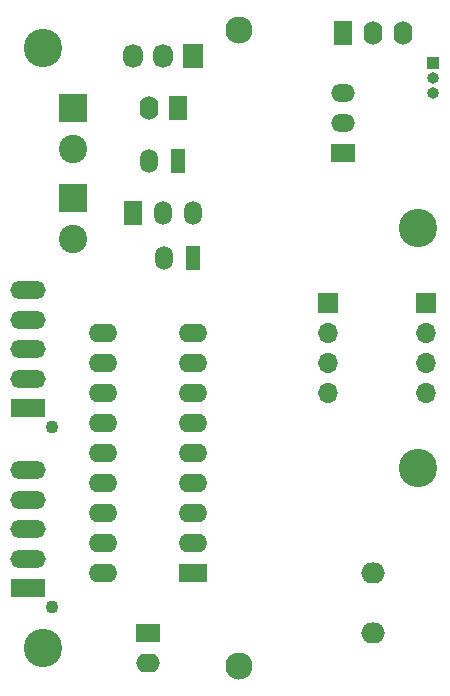
<source format=gbs>
G04 #@! TF.FileFunction,Soldermask,Bot*
%FSLAX46Y46*%
G04 Gerber Fmt 4.6, Leading zero omitted, Abs format (unit mm)*
G04 Created by KiCad (PCBNEW 4.0.7) date 09/15/19 19:40:42*
%MOMM*%
%LPD*%
G01*
G04 APERTURE LIST*
%ADD10C,0.100000*%
%ADD11R,1.700000X1.700000*%
%ADD12O,1.700000X1.700000*%
%ADD13O,2.000000X1.778000*%
%ADD14R,1.500000X2.000000*%
%ADD15O,1.600000X2.000000*%
%ADD16R,1.300000X2.000000*%
%ADD17O,1.500000X2.000000*%
%ADD18R,1.600000X2.000000*%
%ADD19O,2.000000X1.600000*%
%ADD20R,2.000000X1.600000*%
%ADD21O,1.520000X2.000000*%
%ADD22R,1.520000X2.000000*%
%ADD23O,2.000000X1.520000*%
%ADD24R,2.000000X1.520000*%
%ADD25R,1.000000X1.000000*%
%ADD26O,1.000000X1.000000*%
%ADD27R,3.000000X1.500000*%
%ADD28O,3.000000X1.500000*%
%ADD29C,1.100000*%
%ADD30C,3.250000*%
%ADD31R,1.727200X2.032000*%
%ADD32O,1.727200X2.032000*%
%ADD33C,2.400000*%
%ADD34R,2.400000X2.400000*%
%ADD35C,2.300000*%
%ADD36R,2.400000X1.600000*%
%ADD37O,2.400000X1.600000*%
G04 APERTURE END LIST*
D10*
D11*
X149860000Y-85090000D03*
D12*
X149860000Y-87630000D03*
X149860000Y-90170000D03*
X149860000Y-92710000D03*
D11*
X158115000Y-85090000D03*
D12*
X158115000Y-87630000D03*
X158115000Y-90170000D03*
X158115000Y-92710000D03*
D13*
X153670000Y-113030000D03*
X153670000Y-107950000D03*
D14*
X151130000Y-62230000D03*
D15*
X153670000Y-62230000D03*
X156210000Y-62230000D03*
D16*
X138430000Y-81280000D03*
D17*
X135930000Y-81280000D03*
D16*
X137160000Y-73025000D03*
D17*
X134660000Y-73025000D03*
D18*
X137160000Y-68580000D03*
D15*
X134660000Y-68580000D03*
D19*
X134620000Y-115530000D03*
D20*
X134620000Y-113030000D03*
D21*
X135890000Y-77470000D03*
X138430000Y-77470000D03*
D22*
X133350000Y-77470000D03*
D23*
X151130000Y-69850000D03*
X151130000Y-67310000D03*
D24*
X151130000Y-72390000D03*
D25*
X158750000Y-64770000D03*
D26*
X158750000Y-66040000D03*
X158750000Y-67310000D03*
D27*
X124460000Y-93980000D03*
D28*
X124460000Y-91480000D03*
X124460000Y-88980000D03*
X124460000Y-86480000D03*
X124460000Y-83980000D03*
D29*
X126460000Y-95580000D03*
D30*
X157480000Y-99060000D03*
X125730000Y-114300000D03*
X157480000Y-78740000D03*
X125730000Y-63500000D03*
D31*
X138430000Y-64135000D03*
D32*
X135890000Y-64135000D03*
X133350000Y-64135000D03*
D33*
X128270000Y-72080000D03*
D34*
X128270000Y-68580000D03*
D33*
X128270000Y-79700000D03*
D34*
X128270000Y-76200000D03*
D35*
X142310000Y-62000000D03*
X142310000Y-115800000D03*
D36*
X138430000Y-107950000D03*
D37*
X130810000Y-87630000D03*
X138430000Y-105410000D03*
X130810000Y-90170000D03*
X138430000Y-102870000D03*
X130810000Y-92710000D03*
X138430000Y-100330000D03*
X130810000Y-95250000D03*
X138430000Y-97790000D03*
X130810000Y-97790000D03*
X138430000Y-95250000D03*
X130810000Y-100330000D03*
X138430000Y-92710000D03*
X130810000Y-102870000D03*
X138430000Y-90170000D03*
X130810000Y-105410000D03*
X138430000Y-87630000D03*
X130810000Y-107950000D03*
D27*
X124460000Y-109220000D03*
D28*
X124460000Y-106720000D03*
X124460000Y-104220000D03*
X124460000Y-101720000D03*
X124460000Y-99220000D03*
D29*
X126460000Y-110820000D03*
M02*

</source>
